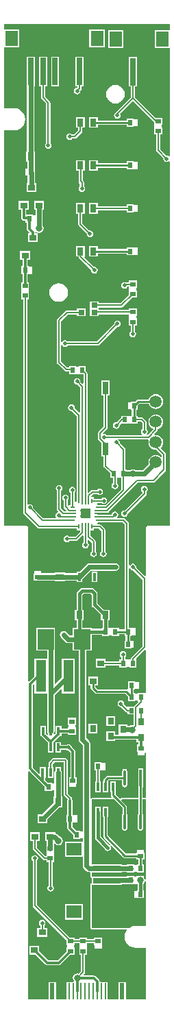
<source format=gtl>
%FSLAX25Y25*%
%MOIN*%
G70*
G01*
G75*
G04 Layer_Physical_Order=1*
G04 Layer_Color=255*
%ADD10R,0.03543X0.03150*%
%ADD11R,0.03543X0.03150*%
%ADD12R,0.03150X0.03543*%
%ADD13R,0.03150X0.03543*%
%ADD14R,0.02756X0.02362*%
%ADD15R,0.02362X0.02756*%
%ADD16R,0.02165X0.02559*%
%ADD17R,0.03150X0.02559*%
%ADD18R,0.13386X0.02756*%
%ADD19R,0.07480X0.06299*%
%ADD20R,0.01575X0.03937*%
%ADD21R,0.07874X0.10000*%
%ADD22R,0.02756X0.06102*%
%ADD23R,0.02756X0.13386*%
%ADD24R,0.06299X0.07480*%
%ADD25R,0.03150X0.03937*%
%ADD26C,0.05906*%
%ADD27R,0.05118X0.15748*%
%ADD28R,0.02362X0.00787*%
%ADD29R,0.03150X0.00787*%
%ADD30R,0.00787X0.02362*%
%ADD31R,0.00787X0.03150*%
%ADD32R,0.05118X0.05118*%
%ADD33R,0.01063X0.07874*%
%ADD34R,0.02362X0.07874*%
%ADD35R,0.01181X0.07874*%
%ADD36O,0.01181X0.07874*%
%ADD37R,0.02559X0.02165*%
%ADD38R,0.03937X0.03150*%
%ADD39C,0.00787*%
%ADD40C,0.01181*%
%ADD41C,0.01000*%
%ADD42C,0.02362*%
%ADD43C,0.01575*%
%ADD44C,0.01969*%
%ADD45C,0.03150*%
G36*
X62526Y-266096D02*
X63047Y-266444D01*
X63661Y-266566D01*
X63817Y-266535D01*
X68386Y-271105D01*
Y-303521D01*
X62923Y-308985D01*
X62705Y-309311D01*
X62629Y-309695D01*
Y-309832D01*
X61861D01*
Y-310050D01*
X60679D01*
Y-309832D01*
X59911D01*
Y-308671D01*
X59994Y-308616D01*
X60342Y-308095D01*
X60464Y-307480D01*
X60342Y-306866D01*
X59994Y-306345D01*
X59473Y-305997D01*
X58858Y-305875D01*
X58244Y-305997D01*
X57723Y-306345D01*
X57375Y-306866D01*
X57253Y-307480D01*
X57375Y-308095D01*
X57723Y-308616D01*
X57904Y-308737D01*
Y-309832D01*
X57136D01*
Y-310787D01*
X50326D01*
Y-309625D01*
X45602D01*
Y-313956D01*
X50326D01*
Y-312794D01*
X57136D01*
Y-313769D01*
X60679D01*
Y-313550D01*
X61861D01*
Y-313769D01*
X65404D01*
Y-309832D01*
X65404Y-309832D01*
X65404D01*
X65260Y-309485D01*
X69401Y-305345D01*
X69863Y-305537D01*
Y-326252D01*
X69494D01*
Y-326252D01*
X65951D01*
Y-326470D01*
X64769D01*
Y-326252D01*
X64110D01*
Y-324518D01*
X64769D01*
Y-324300D01*
X66560D01*
Y-320800D01*
X64769D01*
Y-320582D01*
X61226D01*
Y-323916D01*
X60794Y-324563D01*
X60368Y-324479D01*
X60368Y-324479D01*
X46425D01*
X45336Y-323389D01*
Y-322617D01*
X46586D01*
Y-318286D01*
X41862D01*
Y-322617D01*
X43112D01*
Y-323850D01*
X43112Y-323850D01*
X43197Y-324275D01*
X43438Y-324636D01*
X45178Y-326377D01*
X45539Y-326618D01*
X45965Y-326702D01*
X45965Y-326702D01*
X59908D01*
X61226Y-328021D01*
Y-330188D01*
X64769D01*
Y-329970D01*
X65951D01*
Y-330188D01*
X66090D01*
X66282Y-330650D01*
X64283Y-332649D01*
X64188Y-332791D01*
X61046D01*
X61046Y-332791D01*
Y-332791D01*
X60653Y-332954D01*
X59350Y-331652D01*
X59381Y-331496D01*
X59259Y-330882D01*
X58911Y-330361D01*
X58390Y-330013D01*
X57776Y-329890D01*
X57161Y-330013D01*
X56640Y-330361D01*
X56292Y-330882D01*
X56170Y-331496D01*
X56292Y-332111D01*
X56640Y-332631D01*
X57161Y-332979D01*
X57776Y-333102D01*
X57931Y-333071D01*
X60330Y-335470D01*
X60655Y-335687D01*
X61040Y-335764D01*
X61046D01*
Y-336729D01*
X63989D01*
Y-341632D01*
X63602Y-341949D01*
X63287Y-341887D01*
X62442Y-342055D01*
X62145Y-342254D01*
X61055D01*
Y-341698D01*
X56725D01*
Y-346242D01*
X56725Y-346242D01*
X56725D01*
X56725Y-346422D01*
X56551Y-346596D01*
X55028D01*
Y-344918D01*
X50697D01*
Y-349642D01*
X55028D01*
Y-349004D01*
X65386D01*
Y-350162D01*
X66376D01*
Y-351396D01*
X65611D01*
Y-354939D01*
X65830D01*
Y-356730D01*
X69330D01*
Y-355414D01*
X69792Y-355222D01*
X69863Y-355293D01*
Y-377313D01*
X68452D01*
Y-372098D01*
X68521D01*
Y-363042D01*
X66159D01*
Y-372098D01*
X66228D01*
Y-377313D01*
X58279D01*
X58161Y-377362D01*
X58034D01*
X57944Y-377452D01*
X57827Y-377501D01*
X57807Y-377547D01*
X57317Y-377644D01*
X55212Y-375540D01*
Y-374497D01*
X55478D01*
Y-369379D01*
X52722D01*
Y-374497D01*
X52988D01*
Y-376000D01*
X52988Y-376000D01*
X53073Y-376426D01*
X53314Y-376786D01*
X53379Y-376852D01*
X53188Y-377313D01*
X43504D01*
X43235Y-377425D01*
X42819Y-377147D01*
Y-350776D01*
X42681Y-350085D01*
X42290Y-349499D01*
X40846Y-348056D01*
Y-305691D01*
X43498D01*
Y-297865D01*
X48586D01*
Y-298429D01*
X52129D01*
Y-298210D01*
X53311D01*
Y-298429D01*
X56854D01*
Y-297580D01*
X59496D01*
Y-298429D01*
X60148D01*
Y-300810D01*
X59587D01*
Y-304550D01*
X62933D01*
Y-304330D01*
X64128D01*
Y-301030D01*
X62933D01*
Y-300810D01*
X62372D01*
Y-298429D01*
X63039D01*
Y-298210D01*
X64830D01*
Y-294710D01*
X63039D01*
Y-294492D01*
X61788D01*
Y-265853D01*
X62267Y-265708D01*
X62526Y-266096D01*
D02*
G37*
G36*
X81674Y-3789D02*
X74327D01*
Y-12451D01*
X81674D01*
Y-64995D01*
X81214Y-65302D01*
X80693Y-64954D01*
X80079Y-64831D01*
X79923Y-64862D01*
X76903Y-61843D01*
Y-54714D01*
X77868D01*
Y-51170D01*
X77650D01*
Y-49989D01*
X77868D01*
Y-46446D01*
X74735D01*
X64740Y-36450D01*
Y-31381D01*
X65705D01*
Y-16815D01*
X61768D01*
Y-31381D01*
X62733D01*
Y-36450D01*
X55353Y-43830D01*
X55203Y-44054D01*
X54928Y-44239D01*
X54580Y-44760D01*
X54457Y-45374D01*
X54580Y-45989D01*
X54928Y-46509D01*
X55449Y-46858D01*
X56063Y-46980D01*
X56677Y-46858D01*
X57198Y-46509D01*
X57546Y-45989D01*
X57669Y-45374D01*
X57546Y-44760D01*
X57433Y-44589D01*
X63736Y-38285D01*
X73931Y-48481D01*
Y-49989D01*
X74150D01*
Y-51170D01*
X73931D01*
Y-54714D01*
X74897D01*
Y-62258D01*
X74897Y-62258D01*
X74897D01*
X74973Y-62642D01*
X75190Y-62968D01*
X78504Y-66281D01*
X78473Y-66437D01*
X78595Y-67052D01*
X78943Y-67572D01*
X79464Y-67920D01*
X80079Y-68043D01*
X80693Y-67920D01*
X81214Y-67572D01*
X81674Y-67879D01*
Y-245060D01*
X70866D01*
X70482Y-245136D01*
X70157Y-245354D01*
X69939Y-245679D01*
X69863Y-246063D01*
Y-269089D01*
X69401Y-269281D01*
X65236Y-265116D01*
X65267Y-264961D01*
X65145Y-264346D01*
X64797Y-263825D01*
X64276Y-263477D01*
X63661Y-263355D01*
X63047Y-263477D01*
X62526Y-263825D01*
X62267Y-264214D01*
X61788Y-264069D01*
Y-243855D01*
X61712Y-243471D01*
X61494Y-243146D01*
X59841Y-241493D01*
X59516Y-241276D01*
X59132Y-241199D01*
X56362D01*
X56057Y-240742D01*
X56405Y-240221D01*
X56527Y-239606D01*
X56405Y-238992D01*
X56057Y-238471D01*
X55536Y-238123D01*
X54921Y-238001D01*
X54307Y-238123D01*
X53786Y-238471D01*
X53438Y-238992D01*
X53316Y-239606D01*
X53301Y-239624D01*
X46400D01*
Y-238482D01*
X51144D01*
X51528Y-238405D01*
X51853Y-238188D01*
X66124Y-223917D01*
X73543D01*
X73927Y-223840D01*
X74253Y-223623D01*
X79457Y-218419D01*
X79674Y-218094D01*
X79751Y-217710D01*
X79751Y-217710D01*
X79751Y-217710D01*
Y-217710D01*
Y-210115D01*
X79687Y-209794D01*
X79674Y-209731D01*
X79457Y-209405D01*
X77310Y-207258D01*
X77337Y-206846D01*
X77905Y-206106D01*
X78262Y-205244D01*
X78384Y-204319D01*
X78262Y-203394D01*
X77905Y-202532D01*
X77337Y-201792D01*
X76597Y-201224D01*
X75735Y-200867D01*
X74810Y-200745D01*
X74264Y-200817D01*
X74043Y-200369D01*
X75520Y-198892D01*
X75737Y-198566D01*
X75814Y-198182D01*
X75814Y-198182D01*
X75814Y-198182D01*
Y-198182D01*
Y-197760D01*
X76597Y-197435D01*
X77337Y-196867D01*
X77905Y-196127D01*
X78262Y-195265D01*
X78384Y-194340D01*
X78262Y-193415D01*
X77905Y-192553D01*
X77337Y-191813D01*
X76597Y-191245D01*
X75735Y-190888D01*
X74810Y-190766D01*
X73885Y-190888D01*
X73023Y-191245D01*
X72283Y-191813D01*
X71715Y-192553D01*
X71358Y-193415D01*
X71236Y-194340D01*
X71358Y-195265D01*
X71715Y-196127D01*
X72283Y-196867D01*
X73023Y-197435D01*
X73396Y-197589D01*
X73493Y-198080D01*
X70907Y-200666D01*
X70422Y-200544D01*
X70357Y-200329D01*
X70387Y-200309D01*
X70735Y-199788D01*
X70858Y-199173D01*
X70735Y-198559D01*
X70387Y-198038D01*
X70256Y-197950D01*
Y-194528D01*
X70179Y-194143D01*
X69962Y-193818D01*
X68714Y-192571D01*
X68389Y-192353D01*
X68005Y-192277D01*
X66091D01*
Y-191411D01*
X65332D01*
Y-188450D01*
X65894D01*
Y-186479D01*
X66741Y-185632D01*
X71435D01*
X71715Y-186307D01*
X72283Y-187047D01*
X73023Y-187615D01*
X73885Y-187972D01*
X74810Y-188094D01*
X75735Y-187972D01*
X76597Y-187615D01*
X77337Y-187047D01*
X77905Y-186307D01*
X78262Y-185445D01*
X78384Y-184520D01*
X78262Y-183595D01*
X77905Y-182733D01*
X77337Y-181993D01*
X76597Y-181425D01*
X75735Y-181068D01*
X74810Y-180946D01*
X73885Y-181068D01*
X73023Y-181425D01*
X72283Y-181993D01*
X71715Y-182733D01*
X71435Y-183408D01*
X66280D01*
X66280Y-183408D01*
X65855Y-183493D01*
X65494Y-183734D01*
X64518Y-184710D01*
X62547D01*
Y-184930D01*
X61352D01*
Y-188230D01*
X62547D01*
Y-188450D01*
X63108D01*
Y-191411D01*
X62548D01*
Y-191630D01*
X61367D01*
Y-191411D01*
X57824D01*
Y-192576D01*
X57682Y-192670D01*
X55746Y-194606D01*
X55590Y-194576D01*
X54976Y-194698D01*
X54455Y-195046D01*
X54107Y-195567D01*
X53985Y-196181D01*
X54107Y-196796D01*
X54455Y-197317D01*
X54976Y-197664D01*
X55590Y-197787D01*
X56205Y-197664D01*
X56726Y-197317D01*
X57074Y-196796D01*
X57196Y-196181D01*
X57165Y-196026D01*
X57842Y-195349D01*
X61367D01*
Y-195130D01*
X62548D01*
Y-195349D01*
X66091D01*
Y-194284D01*
X67589D01*
X68248Y-194943D01*
Y-197950D01*
X68117Y-198038D01*
X67769Y-198559D01*
X67646Y-199173D01*
X67769Y-199788D01*
X68117Y-200309D01*
X68147Y-200329D01*
X68002Y-200807D01*
X50869D01*
X50781Y-200676D01*
X50260Y-200328D01*
X49646Y-200205D01*
X49352Y-200264D01*
X49116Y-199823D01*
X51103Y-197836D01*
X51321Y-197510D01*
X51397Y-197126D01*
Y-181595D01*
X52362D01*
Y-174311D01*
X48425D01*
Y-181595D01*
X49390D01*
Y-196710D01*
X46968Y-199133D01*
X46750Y-199459D01*
X46674Y-199843D01*
X46674Y-199843D01*
X46674D01*
X46674Y-199843D01*
X46674D01*
Y-202626D01*
X46674Y-202626D01*
X46674D01*
X46750Y-203010D01*
X46968Y-203336D01*
X48425Y-204794D01*
Y-211319D01*
X49390D01*
Y-215776D01*
X49467Y-216160D01*
X49684Y-216486D01*
X52526Y-219328D01*
Y-221649D01*
X53918D01*
Y-224249D01*
X53786Y-224337D01*
X53438Y-224858D01*
X53316Y-225472D01*
X53438Y-226087D01*
X53786Y-226608D01*
X54307Y-226956D01*
X54921Y-227078D01*
X55536Y-226956D01*
X56057Y-226608D01*
X56405Y-226087D01*
X56527Y-225472D01*
X56405Y-224858D01*
X56057Y-224337D01*
X55925Y-224249D01*
Y-221649D01*
X56069D01*
Y-221430D01*
X57250D01*
Y-221649D01*
X58019D01*
Y-227216D01*
X50334Y-234900D01*
X46794D01*
X46786Y-234901D01*
X46400Y-234584D01*
Y-233757D01*
X48263D01*
X48351Y-233889D01*
X48872Y-234237D01*
X49486Y-234360D01*
X50101Y-234237D01*
X50621Y-233889D01*
X50970Y-233368D01*
X51092Y-232754D01*
X50970Y-232139D01*
X50621Y-231618D01*
X50101Y-231270D01*
X49486Y-231148D01*
X48872Y-231270D01*
X48351Y-231618D01*
X48263Y-231750D01*
X44628D01*
Y-230982D01*
X43413D01*
X43222Y-230520D01*
X44274Y-229468D01*
X46296D01*
X46384Y-229600D01*
X46905Y-229948D01*
X47520Y-230070D01*
X48134Y-229948D01*
X48655Y-229600D01*
X49003Y-229079D01*
X49125Y-228465D01*
X49003Y-227850D01*
X48655Y-227329D01*
X48134Y-226981D01*
X47520Y-226859D01*
X46905Y-226981D01*
X46384Y-227329D01*
X46296Y-227461D01*
X43858D01*
X43474Y-227537D01*
X43149Y-227755D01*
X41960Y-228944D01*
X41498Y-228752D01*
Y-170852D01*
X41422Y-170468D01*
X41204Y-170143D01*
X40754Y-169692D01*
Y-167371D01*
X37211D01*
Y-167590D01*
X36029D01*
Y-167371D01*
X32486D01*
Y-167997D01*
X31616D01*
X28703Y-165084D01*
Y-157158D01*
X29182Y-157012D01*
X29465Y-157435D01*
X29985Y-157783D01*
X30600Y-157906D01*
X31214Y-157783D01*
X31735Y-157435D01*
X31824Y-157304D01*
X46500D01*
X46884Y-157227D01*
X47210Y-157010D01*
X55945Y-148275D01*
X56100Y-148306D01*
X56714Y-148183D01*
X57235Y-147835D01*
X57583Y-147315D01*
X57706Y-146700D01*
X57583Y-146086D01*
X57235Y-145565D01*
X56714Y-145217D01*
X56100Y-145094D01*
X55485Y-145217D01*
X54965Y-145565D01*
X54617Y-146086D01*
X54494Y-146700D01*
X54525Y-146855D01*
X46084Y-155297D01*
X31824D01*
X31735Y-155165D01*
X31214Y-154817D01*
X30600Y-154694D01*
X29985Y-154817D01*
X29465Y-155165D01*
X29182Y-155588D01*
X28703Y-155443D01*
Y-145416D01*
X32036Y-142084D01*
X36395D01*
Y-142950D01*
X40725D01*
Y-139210D01*
X36395D01*
Y-140076D01*
X31620D01*
X31236Y-140153D01*
X30910Y-140370D01*
X26990Y-144290D01*
X26773Y-144616D01*
X26697Y-145000D01*
X26697Y-145000D01*
X26697D01*
X26697Y-145000D01*
X26697D01*
Y-165500D01*
X26697Y-165500D01*
X26697D01*
X26773Y-165884D01*
X26990Y-166210D01*
X30490Y-169710D01*
X30816Y-169927D01*
X31200Y-170003D01*
X32486D01*
Y-171309D01*
X36029D01*
Y-171090D01*
X37211D01*
Y-171309D01*
X39491D01*
Y-175607D01*
X39029Y-175799D01*
X38071Y-174841D01*
X38102Y-174685D01*
X37980Y-174071D01*
X37631Y-173550D01*
X37110Y-173202D01*
X36496Y-173079D01*
X35882Y-173202D01*
X35361Y-173550D01*
X35013Y-174071D01*
X34890Y-174685D01*
X35013Y-175300D01*
X35361Y-175820D01*
X35882Y-176169D01*
X36496Y-176291D01*
X36652Y-176260D01*
X37916Y-177524D01*
Y-189623D01*
X37454Y-189814D01*
X35315Y-187675D01*
X35346Y-187520D01*
X35224Y-186905D01*
X34876Y-186384D01*
X34355Y-186036D01*
X33740Y-185914D01*
X33126Y-186036D01*
X32605Y-186384D01*
X32257Y-186905D01*
X32135Y-187520D01*
X32257Y-188134D01*
X32605Y-188655D01*
X33126Y-189003D01*
X33740Y-189125D01*
X33896Y-189094D01*
X36341Y-191540D01*
Y-232754D01*
X36343Y-232761D01*
X36026Y-233148D01*
X35199D01*
Y-228765D01*
X35331Y-228677D01*
X35679Y-228156D01*
X35801Y-227542D01*
X35679Y-226927D01*
X35331Y-226406D01*
X34810Y-226058D01*
X34195Y-225936D01*
X33581Y-226058D01*
X33060Y-226406D01*
X32712Y-226927D01*
X32590Y-227542D01*
X32712Y-228156D01*
X33060Y-228677D01*
X33192Y-228765D01*
Y-234919D01*
X32424D01*
Y-235154D01*
X32246Y-235228D01*
X31830Y-234950D01*
Y-232601D01*
X31962Y-232513D01*
X32310Y-231992D01*
X32432Y-231378D01*
X32310Y-230764D01*
X31962Y-230243D01*
X31441Y-229894D01*
X30827Y-229772D01*
X30212Y-229894D01*
X29691Y-230243D01*
X29343Y-230764D01*
X29221Y-231378D01*
X29343Y-231992D01*
X29691Y-232513D01*
X29823Y-232601D01*
Y-235630D01*
X29823Y-235630D01*
X29823D01*
X29900Y-236014D01*
X30117Y-236339D01*
X31365Y-237588D01*
X31174Y-238050D01*
X30217D01*
X28720Y-236553D01*
Y-227916D01*
X28852Y-227828D01*
X29200Y-227307D01*
X29322Y-226693D01*
X29200Y-226079D01*
X28852Y-225557D01*
X28331Y-225209D01*
X27716Y-225087D01*
X27102Y-225209D01*
X26581Y-225557D01*
X26233Y-226079D01*
X26111Y-226693D01*
X26233Y-227307D01*
X26581Y-227828D01*
X26713Y-227916D01*
Y-236968D01*
X26713Y-236968D01*
X26713D01*
X26789Y-237353D01*
X27007Y-237678D01*
X27282Y-237953D01*
X27136Y-238431D01*
X26905Y-238477D01*
X26384Y-238825D01*
X26036Y-239346D01*
X25914Y-239961D01*
X26036Y-240575D01*
X26159Y-240758D01*
X25923Y-241199D01*
X20099D01*
X15079Y-236179D01*
X15110Y-236024D01*
X14988Y-235409D01*
X14639Y-234888D01*
X14119Y-234540D01*
X13504Y-234418D01*
X12890Y-234540D01*
X12615Y-234724D01*
X12173Y-234489D01*
Y-134754D01*
X13138D01*
Y-131210D01*
X12920D01*
Y-130029D01*
X13138D01*
Y-126486D01*
X12374D01*
Y-122641D01*
X12942D01*
Y-122422D01*
X14732D01*
Y-118922D01*
X12942D01*
Y-118703D01*
X12374D01*
Y-115699D01*
X13532D01*
Y-111368D01*
X8808D01*
Y-115699D01*
X9966D01*
Y-118703D01*
X9398D01*
Y-122641D01*
X9966D01*
Y-126486D01*
X9201D01*
Y-130029D01*
X9420D01*
Y-131210D01*
X9201D01*
Y-134754D01*
X10166D01*
Y-238454D01*
X10166Y-238454D01*
X10166D01*
X10243Y-238838D01*
X10460Y-239163D01*
X17359Y-246062D01*
X17577Y-246207D01*
X17685Y-246279D01*
X18069Y-246356D01*
X36361D01*
Y-247124D01*
X37916D01*
Y-247909D01*
X35529Y-250296D01*
X32798D01*
X32710Y-250164D01*
X32189Y-249816D01*
X31575Y-249694D01*
X30960Y-249816D01*
X30439Y-250164D01*
X30091Y-250685D01*
X29969Y-251299D01*
X30091Y-251914D01*
X30439Y-252435D01*
X30960Y-252783D01*
X31575Y-252905D01*
X32189Y-252783D01*
X32710Y-252435D01*
X32798Y-252303D01*
X35945D01*
X36329Y-252226D01*
X36654Y-252009D01*
X39029Y-249634D01*
X39491Y-249826D01*
Y-253145D01*
X39416Y-253195D01*
X39068Y-253716D01*
X38945Y-254331D01*
X39068Y-254945D01*
X39416Y-255466D01*
X39937Y-255814D01*
X40551Y-255936D01*
X41166Y-255814D01*
X41686Y-255466D01*
X42035Y-254945D01*
X42157Y-254331D01*
X42035Y-253716D01*
X41686Y-253195D01*
X41498Y-253069D01*
Y-251740D01*
X41960Y-251549D01*
X43485Y-253073D01*
Y-257340D01*
X43353Y-257428D01*
X43005Y-257948D01*
X42882Y-258563D01*
X43005Y-259177D01*
X43353Y-259698D01*
X43874Y-260046D01*
X44488Y-260169D01*
X45103Y-260046D01*
X45624Y-259698D01*
X45972Y-259177D01*
X46094Y-258563D01*
X45972Y-257948D01*
X45624Y-257428D01*
X45492Y-257340D01*
Y-252658D01*
X45415Y-252274D01*
X45198Y-251948D01*
X43073Y-249823D01*
Y-247124D01*
X44628D01*
Y-246356D01*
X47141D01*
X48209Y-247424D01*
Y-257320D01*
X48077Y-257408D01*
X47729Y-257929D01*
X47607Y-258543D01*
X47729Y-259158D01*
X48077Y-259679D01*
X48598Y-260027D01*
X49213Y-260149D01*
X49827Y-260027D01*
X50348Y-259679D01*
X50696Y-259158D01*
X50818Y-258543D01*
X50696Y-257929D01*
X50348Y-257408D01*
X50216Y-257320D01*
Y-247008D01*
X50216Y-247008D01*
X50216Y-247008D01*
Y-247008D01*
X50216D01*
X50216Y-247008D01*
X50140Y-246624D01*
X49922Y-246298D01*
X48267Y-244643D01*
X47941Y-244425D01*
X47557Y-244349D01*
X46400D01*
Y-243522D01*
X46786Y-243205D01*
X46794Y-243206D01*
X58716D01*
X59781Y-244271D01*
Y-294492D01*
X59496D01*
Y-295356D01*
X56854D01*
Y-294492D01*
X53311D01*
Y-294710D01*
X52129D01*
Y-294492D01*
X51763D01*
Y-290879D01*
X52439D01*
Y-285761D01*
X49701D01*
X46455Y-282515D01*
Y-282032D01*
Y-278042D01*
X46348Y-277505D01*
X46044Y-277049D01*
X44537Y-275542D01*
X44081Y-275237D01*
X43543Y-275131D01*
X39016D01*
X38478Y-275237D01*
X38022Y-275542D01*
X36576Y-276988D01*
X36272Y-277444D01*
X36165Y-277981D01*
Y-282032D01*
Y-285811D01*
X35391D01*
Y-290929D01*
X36151D01*
Y-294510D01*
X34442D01*
Y-298294D01*
X32836D01*
X31199Y-296656D01*
X30612Y-296264D01*
X29921Y-296127D01*
X29230Y-296264D01*
X28644Y-296656D01*
X28252Y-297242D01*
X28115Y-297933D01*
X28252Y-298624D01*
X28644Y-299210D01*
X30811Y-301377D01*
X31397Y-301769D01*
X32088Y-301906D01*
X34442D01*
Y-305691D01*
X37234D01*
Y-348804D01*
X37234Y-348804D01*
X37234D01*
X37371Y-349495D01*
X37763Y-350081D01*
X39206Y-351524D01*
Y-393451D01*
X38060D01*
Y-393232D01*
X36022D01*
X34172Y-391382D01*
Y-389399D01*
X34740D01*
Y-389181D01*
X36530D01*
Y-385681D01*
X34740D01*
Y-385462D01*
X34172D01*
Y-378496D01*
X34080Y-378035D01*
X33972Y-377872D01*
Y-377555D01*
X33895Y-377170D01*
X33823Y-377063D01*
X33678Y-376845D01*
X32008Y-375175D01*
Y-359252D01*
X31931Y-358868D01*
X31714Y-358542D01*
X31320Y-358149D01*
X30994Y-357931D01*
X30610Y-357855D01*
X25098D01*
X24778Y-357919D01*
X24714Y-357931D01*
X24389Y-358149D01*
X22830Y-359707D01*
X22613Y-360033D01*
X22536Y-360417D01*
X22536Y-360417D01*
X22536D01*
X22536Y-360417D01*
X22536D01*
Y-362343D01*
X22162D01*
Y-367461D01*
X24918D01*
Y-362343D01*
X24543D01*
Y-360832D01*
X25514Y-359862D01*
X30000D01*
Y-375590D01*
X30000Y-375590D01*
X30000D01*
X30077Y-375975D01*
X30294Y-376300D01*
X31925Y-377931D01*
X31855Y-378035D01*
X31764Y-378496D01*
Y-385462D01*
X31196D01*
Y-389399D01*
X31764D01*
Y-391881D01*
X31764Y-391881D01*
X31855Y-392341D01*
X32116Y-392732D01*
X34516Y-395132D01*
Y-397169D01*
X38060D01*
Y-396951D01*
X39206D01*
Y-398520D01*
X30627D01*
Y-406000D01*
X39206D01*
Y-410312D01*
X39344Y-411004D01*
X39735Y-411590D01*
X40974Y-412829D01*
X40974Y-412829D01*
X40974D01*
X40974Y-412829D01*
X40974D01*
X40974Y-412829D01*
Y-412829D01*
Y-412829D01*
D01*
D01*
X40974D01*
Y-412829D01*
X41560Y-413220D01*
X42251Y-413358D01*
X42756D01*
X42865Y-413520D01*
Y-415340D01*
Y-415340D01*
Y-415340D01*
X42942Y-415528D01*
X43052Y-415792D01*
X43052Y-415792D01*
X43052Y-415792D01*
X43200Y-415940D01*
X43200Y-415940D01*
X43200Y-415940D01*
X43200Y-415940D01*
X43378Y-416014D01*
X43652Y-416128D01*
X43652D01*
Y-418786D01*
X43652D01*
X43504D01*
X43052Y-418973D01*
X42865Y-419425D01*
Y-440551D01*
X43052Y-441003D01*
X43504Y-441190D01*
X60529D01*
X60750Y-441639D01*
X60318Y-442202D01*
X59782Y-443495D01*
X59600Y-444882D01*
X59782Y-446270D01*
X60318Y-447563D01*
X61170Y-448673D01*
X62280Y-449525D01*
X63573Y-450060D01*
X64961Y-450243D01*
Y-450216D01*
X69863D01*
Y-475375D01*
X60210D01*
Y-466812D01*
X56666D01*
Y-475375D01*
X51410D01*
Y-466812D01*
X48673D01*
X47556Y-466589D01*
X47464Y-466128D01*
X47203Y-465737D01*
X47203Y-465737D01*
X45496Y-464030D01*
X45105Y-463769D01*
X44644Y-463678D01*
X44644Y-463678D01*
X39838D01*
X39646Y-463216D01*
X40180Y-462682D01*
X40325Y-462465D01*
X40397Y-462357D01*
X40473Y-461973D01*
Y-453554D01*
X41438D01*
Y-450010D01*
X41220D01*
Y-448829D01*
X41438D01*
Y-448041D01*
X44772D01*
Y-448809D01*
X44990D01*
Y-450600D01*
X48490D01*
Y-448809D01*
X48709D01*
Y-445266D01*
X44772D01*
Y-446034D01*
X41438D01*
Y-445286D01*
X37501D01*
Y-446054D01*
X35278D01*
Y-445286D01*
X32958D01*
X16963Y-429292D01*
Y-407906D01*
X17095Y-407818D01*
X17443Y-407297D01*
X17566Y-406682D01*
X17443Y-406068D01*
X17095Y-405547D01*
X16575Y-405199D01*
X15960Y-405077D01*
X15346Y-405199D01*
X14825Y-405547D01*
X14477Y-406068D01*
X14354Y-406682D01*
X14477Y-407297D01*
X14825Y-407818D01*
X14956Y-407906D01*
Y-429708D01*
X15033Y-430092D01*
X15250Y-430417D01*
X31341Y-446509D01*
Y-448829D01*
X31560D01*
Y-450010D01*
X31341D01*
Y-452048D01*
X27113Y-456276D01*
X22488D01*
X18112Y-451901D01*
Y-449076D01*
X13388D01*
Y-453407D01*
X16212D01*
X21137Y-458332D01*
X21137Y-458332D01*
X21528Y-458593D01*
X21989Y-458685D01*
X27612D01*
X27612Y-458685D01*
X28073Y-458593D01*
X28463Y-458332D01*
X33241Y-453554D01*
X35278D01*
Y-450010D01*
X35060D01*
Y-448829D01*
X35278D01*
Y-448061D01*
X37501D01*
Y-448829D01*
X37720D01*
Y-450010D01*
X37501D01*
Y-453554D01*
X38467D01*
Y-461557D01*
X37218Y-462805D01*
X36561Y-462674D01*
X35716Y-462842D01*
X35000Y-463321D01*
X34521Y-464037D01*
X34353Y-464882D01*
X34521Y-465727D01*
X34952Y-466371D01*
X34716Y-466812D01*
X31450D01*
Y-475375D01*
X26194D01*
Y-466812D01*
X22650D01*
Y-475375D01*
X12815D01*
Y-364473D01*
X13276Y-364282D01*
X18948Y-369953D01*
X18948Y-369954D01*
X20776Y-371781D01*
Y-373818D01*
X24319D01*
Y-373600D01*
X25466D01*
Y-376671D01*
X25111D01*
Y-379544D01*
X19351Y-385305D01*
X17378D01*
Y-389635D01*
X22102D01*
Y-387662D01*
X27975Y-381789D01*
X29442D01*
Y-376671D01*
X29079D01*
Y-371850D01*
X29079Y-371850D01*
X29079Y-371850D01*
Y-371850D01*
Y-364942D01*
X29087Y-364902D01*
X28949Y-364211D01*
X28658Y-363776D01*
Y-362343D01*
X25902D01*
Y-363772D01*
X25603Y-364219D01*
X25466Y-364910D01*
Y-370100D01*
X24319D01*
Y-369882D01*
X22282D01*
X21004Y-368603D01*
Y-367461D01*
X21178D01*
Y-362343D01*
X18422D01*
Y-365368D01*
X17960Y-365559D01*
X14885Y-362485D01*
Y-322448D01*
X15297Y-322036D01*
X15759Y-322227D01*
Y-326528D01*
X21934D01*
Y-326617D01*
Y-332618D01*
Y-344823D01*
X22071Y-345514D01*
X22362Y-345950D01*
Y-346482D01*
X21900Y-346674D01*
X21378Y-346151D01*
Y-342264D01*
X18622D01*
Y-347382D01*
X19203D01*
X22162Y-350342D01*
Y-355257D01*
X24918D01*
Y-350342D01*
X27878Y-347382D01*
X28858D01*
Y-346027D01*
X32041D01*
Y-346594D01*
X35978D01*
Y-343051D01*
X35760D01*
Y-341869D01*
X35978D01*
Y-338326D01*
X32041D01*
Y-341869D01*
X32260D01*
Y-343051D01*
X32041D01*
Y-343619D01*
X28858D01*
Y-342264D01*
X26102D01*
Y-345751D01*
X25580Y-346273D01*
X25118Y-346082D01*
Y-345950D01*
X25409Y-345514D01*
X25547Y-344823D01*
Y-332618D01*
Y-327365D01*
X28683Y-324229D01*
X29145Y-324420D01*
Y-326528D01*
X35444D01*
Y-309598D01*
X29145D01*
Y-318658D01*
X26008Y-321794D01*
X25547Y-321603D01*
Y-305691D01*
X25781D01*
Y-294510D01*
X16726D01*
Y-305691D01*
X21934D01*
Y-309598D01*
X15759D01*
Y-318168D01*
X13276Y-320650D01*
X12815Y-320459D01*
Y-246063D01*
X12738Y-245679D01*
X12521Y-245354D01*
X12195Y-245136D01*
X11811Y-245060D01*
X1003D01*
Y-52578D01*
X5906D01*
Y-52605D01*
X7293Y-52422D01*
X8586Y-51887D01*
X9696Y-51035D01*
X10548Y-49924D01*
X11084Y-48632D01*
X11266Y-47244D01*
X11084Y-45857D01*
X10548Y-44564D01*
X9696Y-43453D01*
X8586Y-42601D01*
X7293Y-42066D01*
X5906Y-41883D01*
Y-41910D01*
X1003D01*
Y-12380D01*
X8427D01*
Y-3718D01*
X1003D01*
Y-1003D01*
X81674D01*
Y-3789D01*
D02*
G37*
G36*
X71426Y-203230D02*
X71358Y-203394D01*
X71236Y-204319D01*
X71358Y-205244D01*
X71715Y-206106D01*
X72283Y-206846D01*
X73023Y-207414D01*
X73885Y-207771D01*
X74810Y-207893D01*
X75072Y-207858D01*
X77744Y-210530D01*
Y-211271D01*
X77295Y-211492D01*
X76597Y-210957D01*
X75735Y-210599D01*
X74810Y-210478D01*
X73885Y-210599D01*
X73023Y-210957D01*
X72283Y-211525D01*
X71715Y-212265D01*
X71358Y-213127D01*
X71236Y-214052D01*
X71355Y-214952D01*
X68454Y-217853D01*
X64855D01*
X64506Y-217620D01*
X63661Y-217452D01*
X62817Y-217620D01*
X62467Y-217853D01*
X60794D01*
Y-217711D01*
X60026D01*
Y-207762D01*
X59949Y-207378D01*
X59732Y-207053D01*
X57165Y-204486D01*
X57196Y-204331D01*
X57074Y-203716D01*
X56726Y-203195D01*
X56205Y-202847D01*
X56205Y-202847D01*
X56205D01*
Y-202847D01*
X56208Y-202815D01*
X71148D01*
X71426Y-203230D01*
D02*
G37*
G36*
X43645Y-278624D02*
Y-282032D01*
Y-283097D01*
X43672Y-283232D01*
Y-284591D01*
X44558D01*
X48108Y-288142D01*
Y-290879D01*
X48953D01*
Y-294492D01*
X48586D01*
Y-295055D01*
X43498D01*
Y-294510D01*
X38961D01*
Y-290929D01*
X39722D01*
Y-285811D01*
X38975D01*
Y-282032D01*
Y-278563D01*
X39598Y-277940D01*
X42961D01*
X43645Y-278624D01*
D02*
G37*
G36*
X69863Y-416834D02*
X69365Y-416883D01*
X69292Y-416515D01*
X69024Y-416114D01*
Y-415391D01*
X68204D01*
X68097Y-415320D01*
X67252Y-415152D01*
X66407Y-415320D01*
X66301Y-415391D01*
X65481D01*
Y-415610D01*
X64299D01*
Y-415391D01*
X60756D01*
Y-415554D01*
X58219D01*
Y-415488D01*
X43857D01*
X43857Y-415488D01*
Y-415488D01*
X43652Y-415488D01*
X43504Y-415340D01*
Y-413520D01*
X43652D01*
Y-413520D01*
X58219D01*
Y-413358D01*
X60816D01*
Y-413539D01*
X64359D01*
Y-413320D01*
X65540D01*
Y-413539D01*
X69084D01*
Y-409601D01*
X68424D01*
Y-407084D01*
X69160D01*
Y-403737D01*
X68940D01*
Y-402542D01*
X65640D01*
Y-403737D01*
X65420D01*
Y-404298D01*
X60271D01*
X51472Y-395499D01*
Y-386701D01*
X51738D01*
Y-381583D01*
X48982D01*
Y-386701D01*
X49248D01*
Y-395960D01*
X49248Y-395960D01*
X49333Y-396386D01*
X49574Y-396746D01*
X52684Y-399857D01*
X52367Y-400243D01*
X52367D01*
X51992Y-399993D01*
X51854Y-399965D01*
X48025Y-396136D01*
Y-384142D01*
X47998Y-384007D01*
Y-381583D01*
X45242D01*
Y-384007D01*
X45215Y-384142D01*
Y-396718D01*
X45322Y-397256D01*
X45626Y-397712D01*
X49867Y-401952D01*
X49894Y-402091D01*
X50243Y-402612D01*
X50763Y-402960D01*
X51378Y-403082D01*
X51992Y-402960D01*
X52513Y-402612D01*
X52861Y-402091D01*
X52984Y-401476D01*
X52861Y-400862D01*
X52611Y-400487D01*
X52997Y-400170D01*
X59024Y-406196D01*
X59024Y-406196D01*
X59240Y-406341D01*
X59385Y-406438D01*
X59810Y-406522D01*
X65420D01*
Y-407084D01*
X66200D01*
Y-409601D01*
X65540D01*
Y-409820D01*
X64359D01*
Y-409601D01*
X60816D01*
Y-409745D01*
X58219D01*
Y-409583D01*
X43652D01*
D01*
X43652D01*
X43504Y-409435D01*
Y-377953D01*
X54480D01*
X58551Y-382023D01*
Y-385022D01*
X58550Y-385022D01*
X58459Y-385483D01*
Y-392176D01*
X58550Y-392637D01*
X58811Y-393028D01*
X59202Y-393289D01*
X59663Y-393380D01*
X60124Y-393289D01*
X60514Y-393028D01*
X60775Y-392637D01*
X60867Y-392176D01*
Y-385483D01*
X60775Y-385022D01*
X60775Y-385022D01*
Y-381563D01*
X60775Y-381563D01*
X60690Y-381137D01*
X60449Y-380777D01*
X58087Y-378415D01*
X58279Y-377953D01*
X66228D01*
Y-385022D01*
X66227Y-385022D01*
X66136Y-385483D01*
Y-392176D01*
X66227Y-392637D01*
X66488Y-393028D01*
X66879Y-393289D01*
X67340Y-393380D01*
X67801Y-393289D01*
X68191Y-393028D01*
X68453Y-392637D01*
X68544Y-392176D01*
Y-385483D01*
X68453Y-385022D01*
X68452Y-385022D01*
Y-377953D01*
X69863D01*
Y-416834D01*
D02*
G37*
G36*
Y-417886D02*
Y-439548D01*
X64961D01*
Y-439521D01*
X63573Y-439704D01*
X62280Y-440239D01*
X61874Y-440551D01*
X43504D01*
Y-419425D01*
X43504D01*
X43652D01*
X43857Y-419425D01*
X43857Y-419425D01*
Y-419425D01*
X58219D01*
Y-419166D01*
X60756D01*
Y-419328D01*
X64299D01*
Y-419110D01*
X65481D01*
Y-419328D01*
X65825D01*
Y-422260D01*
X65557D01*
Y-422480D01*
X64362D01*
Y-425780D01*
X65557D01*
Y-426000D01*
X68903D01*
Y-422260D01*
X68635D01*
Y-419328D01*
X69024D01*
Y-418606D01*
X69292Y-418205D01*
X69365Y-417837D01*
X69863Y-417886D01*
D02*
G37*
%LPC*%
G36*
X55197Y-263154D02*
X42437D01*
X41746Y-263292D01*
X41160Y-263683D01*
X37574Y-267269D01*
X36192D01*
Y-268040D01*
X30709D01*
Y-267681D01*
X25591D01*
Y-268034D01*
X18980D01*
Y-266972D01*
X15680D01*
Y-268167D01*
X15460D01*
Y-271514D01*
X16661D01*
X17330Y-271647D01*
X25591D01*
Y-272012D01*
X30709D01*
Y-271653D01*
X36192D01*
Y-272387D01*
X38948D01*
Y-271004D01*
X43185Y-266767D01*
X55197D01*
X55888Y-266630D01*
X56474Y-266238D01*
X56866Y-265652D01*
X57003Y-264961D01*
X56866Y-264269D01*
X56474Y-263683D01*
X55888Y-263292D01*
X55197Y-263154D01*
D02*
G37*
G36*
X46428Y-267269D02*
X43672D01*
Y-272387D01*
X46428D01*
Y-267269D01*
D02*
G37*
G36*
X39288Y-428953D02*
X30627D01*
Y-436433D01*
X39288D01*
Y-428953D01*
D02*
G37*
G36*
X27559Y-126929D02*
X26377Y-127085D01*
X25276Y-127541D01*
X24330Y-128267D01*
X23604Y-129213D01*
X23148Y-130314D01*
X22992Y-131496D01*
X23148Y-132678D01*
X23604Y-133779D01*
X24330Y-134725D01*
X25276Y-135451D01*
X26377Y-135907D01*
X27559Y-136063D01*
X28741Y-135907D01*
X29842Y-135451D01*
X30788Y-134725D01*
X31514Y-133779D01*
X31970Y-132678D01*
X32126Y-131496D01*
X31970Y-130314D01*
X31514Y-129213D01*
X30788Y-128267D01*
X29842Y-127541D01*
X28741Y-127085D01*
X27559Y-126929D01*
D02*
G37*
G36*
X19488Y-436583D02*
X18874Y-436706D01*
X18353Y-437054D01*
X18005Y-437574D01*
X17883Y-438189D01*
X18005Y-438803D01*
X18353Y-439324D01*
X18486Y-439414D01*
Y-440415D01*
X17128D01*
Y-444745D01*
X21852D01*
Y-440415D01*
X20493D01*
Y-439411D01*
X20624Y-439324D01*
X20972Y-438803D01*
X21094Y-438189D01*
X20972Y-437574D01*
X20624Y-437054D01*
X20103Y-436706D01*
X19488Y-436583D01*
D02*
G37*
G36*
X69252Y-225599D02*
X68638Y-225721D01*
X68117Y-226069D01*
X67769Y-226590D01*
X67646Y-227205D01*
X67769Y-227819D01*
X68117Y-228340D01*
X68248Y-228428D01*
Y-228954D01*
X59762Y-237441D01*
X59606Y-237410D01*
X58992Y-237532D01*
X58471Y-237880D01*
X58123Y-238401D01*
X58001Y-239016D01*
X58123Y-239630D01*
X58471Y-240151D01*
X58992Y-240499D01*
X59606Y-240621D01*
X60221Y-240499D01*
X60742Y-240151D01*
X61090Y-239630D01*
X61212Y-239016D01*
X61181Y-238860D01*
X69962Y-230080D01*
X70179Y-229754D01*
X70256Y-229370D01*
Y-228428D01*
X70387Y-228340D01*
X70735Y-227819D01*
X70858Y-227205D01*
X70735Y-226590D01*
X70387Y-226069D01*
X69866Y-225721D01*
X69252Y-225599D01*
D02*
G37*
G36*
X25842Y-393966D02*
X21118D01*
Y-398297D01*
X21674D01*
Y-400186D01*
X21501D01*
Y-403729D01*
X21720D01*
Y-404911D01*
X21501D01*
Y-405427D01*
X21040Y-405618D01*
X16963Y-401542D01*
Y-398297D01*
X18362D01*
Y-393966D01*
X13638D01*
Y-398297D01*
X14956D01*
Y-401958D01*
X14956Y-401958D01*
X14956D01*
X15033Y-402342D01*
X15250Y-402667D01*
X19975Y-407392D01*
X20300Y-407609D01*
X20684Y-407686D01*
X21501D01*
Y-408454D01*
X22618D01*
Y-419938D01*
X22487Y-420026D01*
X22139Y-420547D01*
X22016Y-421161D01*
X22139Y-421776D01*
X22487Y-422297D01*
X23008Y-422645D01*
X23622Y-422767D01*
X24237Y-422645D01*
X24757Y-422297D01*
X25106Y-421776D01*
X25228Y-421161D01*
X25106Y-420547D01*
X24757Y-420026D01*
X24626Y-419938D01*
Y-408454D01*
X25438D01*
Y-404911D01*
X25220D01*
Y-403729D01*
X25438D01*
Y-400186D01*
X25287D01*
Y-399622D01*
X25765Y-399477D01*
X25879Y-399648D01*
X26596Y-400126D01*
X27441Y-400294D01*
X28285Y-400126D01*
X29002Y-399648D01*
X29480Y-398931D01*
X29648Y-398087D01*
X29480Y-397242D01*
X29002Y-396525D01*
X28285Y-396047D01*
X27873Y-395965D01*
X26763Y-394854D01*
X26177Y-394463D01*
X25842Y-394396D01*
Y-393966D01*
D02*
G37*
G36*
X59663Y-363019D02*
X59202Y-363111D01*
X58811Y-363372D01*
X58550Y-363763D01*
X58459Y-364224D01*
Y-366458D01*
X51330D01*
X51330Y-366458D01*
X50905Y-366543D01*
X50544Y-366784D01*
X49514Y-367814D01*
X49273Y-368175D01*
X49188Y-368600D01*
X49248Y-368902D01*
Y-369379D01*
X48982D01*
Y-374497D01*
X51738D01*
Y-369379D01*
X51738D01*
X51738Y-368735D01*
X51791Y-368682D01*
X58459D01*
Y-370917D01*
X58550Y-371377D01*
X58811Y-371768D01*
X59202Y-372029D01*
X59663Y-372121D01*
X60124Y-372029D01*
X60514Y-371768D01*
X60775Y-371377D01*
X60867Y-370917D01*
Y-364224D01*
X60775Y-363763D01*
X60514Y-363372D01*
X60124Y-363111D01*
X59663Y-363019D01*
D02*
G37*
G36*
X28658Y-350139D02*
X25902D01*
Y-355257D01*
X28658D01*
Y-353902D01*
X31309D01*
X31727Y-354181D01*
X32320Y-354299D01*
X33196Y-355175D01*
Y-367371D01*
X32530D01*
Y-370717D01*
X32750D01*
Y-371912D01*
X32800Y-371862D01*
X36050D01*
Y-370717D01*
X36270D01*
Y-367371D01*
X35604D01*
Y-354676D01*
X35513Y-354215D01*
X35408Y-354058D01*
X35252Y-353824D01*
X35252Y-353824D01*
X33903Y-352476D01*
X33825Y-352083D01*
X33477Y-351562D01*
X32956Y-351214D01*
X32342Y-351092D01*
X31727Y-351214D01*
X31309Y-351493D01*
X28658D01*
Y-350139D01*
D02*
G37*
G36*
X48409Y-360032D02*
X44866D01*
Y-363968D01*
X45616D01*
Y-369379D01*
X45242D01*
Y-374497D01*
X47998D01*
Y-369379D01*
X47623D01*
Y-363968D01*
X48409D01*
Y-363750D01*
X50200D01*
Y-360250D01*
X48409D01*
Y-360032D01*
D02*
G37*
G36*
X55028Y-337438D02*
X50697D01*
Y-342162D01*
X55028D01*
Y-337438D01*
D02*
G37*
G36*
X46366Y-341178D02*
X42035D01*
Y-345902D01*
X46366D01*
Y-341178D01*
D02*
G37*
G36*
X46601Y-46274D02*
X42271D01*
Y-51392D01*
X46601D01*
Y-50002D01*
X60576D01*
Y-50858D01*
X64119D01*
Y-50640D01*
X65910D01*
Y-47140D01*
X64119D01*
Y-46922D01*
X60576D01*
Y-47778D01*
X46601D01*
Y-46274D01*
D02*
G37*
G36*
X55118Y-30473D02*
X53936Y-30628D01*
X52835Y-31085D01*
X51889Y-31810D01*
X51163Y-32756D01*
X50707Y-33858D01*
X50551Y-35039D01*
X50707Y-36221D01*
X51163Y-37323D01*
X51889Y-38269D01*
X52835Y-38994D01*
X53936Y-39450D01*
X55118Y-39606D01*
X56300Y-39450D01*
X57402Y-38994D01*
X58347Y-38269D01*
X59073Y-37323D01*
X59529Y-36221D01*
X59685Y-35039D01*
X59529Y-33858D01*
X59073Y-32756D01*
X58347Y-31810D01*
X57402Y-31085D01*
X56300Y-30628D01*
X55118Y-30473D01*
D02*
G37*
G36*
X21852Y-16744D02*
X17915D01*
Y-31310D01*
X18880D01*
Y-36537D01*
X18880Y-36537D01*
X18880D01*
X18957Y-36921D01*
X19174Y-37247D01*
X21477Y-39549D01*
Y-58776D01*
X21345Y-58865D01*
X20997Y-59386D01*
X20875Y-60000D01*
X20997Y-60615D01*
X21345Y-61135D01*
X21866Y-61483D01*
X22480Y-61606D01*
X23095Y-61483D01*
X23616Y-61135D01*
X23964Y-60615D01*
X24086Y-60000D01*
X23964Y-59386D01*
X23616Y-58865D01*
X23484Y-58776D01*
Y-39134D01*
X23407Y-38750D01*
X23190Y-38424D01*
X20887Y-36122D01*
Y-31310D01*
X21852D01*
Y-16744D01*
D02*
G37*
G36*
X40302Y-46274D02*
X35971D01*
Y-51392D01*
X37133D01*
Y-52589D01*
X35017Y-54705D01*
X34137D01*
X34049Y-54573D01*
X33528Y-54225D01*
X32913Y-54103D01*
X32299Y-54225D01*
X31778Y-54573D01*
X31430Y-55094D01*
X31308Y-55709D01*
X31430Y-56323D01*
X31778Y-56844D01*
X32299Y-57192D01*
X32913Y-57314D01*
X33528Y-57192D01*
X34049Y-56844D01*
X34137Y-56712D01*
X35433D01*
X35817Y-56636D01*
X36143Y-56418D01*
X38846Y-53715D01*
X39064Y-53389D01*
X39140Y-53005D01*
X39140Y-53005D01*
X39140Y-53005D01*
Y-53005D01*
Y-51392D01*
X40302D01*
Y-46274D01*
D02*
G37*
G36*
X59012Y-3789D02*
X51531D01*
Y-12451D01*
X59012D01*
Y-3789D01*
D02*
G37*
G36*
X49923Y-3718D02*
X42443D01*
Y-12380D01*
X49923D01*
Y-3718D01*
D02*
G37*
G36*
X39569Y-16744D02*
X35632D01*
Y-31310D01*
X36597D01*
Y-31816D01*
X36496Y-31898D01*
X35882Y-32021D01*
X35361Y-32369D01*
X35013Y-32890D01*
X34890Y-33504D01*
X35013Y-34118D01*
X35361Y-34639D01*
X35882Y-34987D01*
X36496Y-35110D01*
X37110Y-34987D01*
X37631Y-34639D01*
X37980Y-34118D01*
X38102Y-33504D01*
X38071Y-33348D01*
X38310Y-33109D01*
X38527Y-32784D01*
X38604Y-32400D01*
Y-31310D01*
X39569D01*
Y-16744D01*
D02*
G37*
G36*
X27758D02*
X23821D01*
Y-31310D01*
X27758D01*
Y-16744D01*
D02*
G37*
G36*
X46601Y-67140D02*
X42271D01*
Y-72258D01*
X46601D01*
Y-70811D01*
X60576D01*
Y-71667D01*
X64119D01*
Y-71449D01*
X65910D01*
Y-67949D01*
X64119D01*
Y-67730D01*
X60576D01*
Y-68587D01*
X46601D01*
Y-67140D01*
D02*
G37*
G36*
Y-108872D02*
X42271D01*
Y-113990D01*
X46601D01*
Y-112543D01*
X60576D01*
Y-113400D01*
X64119D01*
Y-113181D01*
X65910D01*
Y-109681D01*
X64119D01*
Y-109463D01*
X60576D01*
Y-110319D01*
X46601D01*
Y-108872D01*
D02*
G37*
G36*
X40302Y-88006D02*
X35971D01*
Y-93124D01*
X37133D01*
Y-98334D01*
X37210Y-98718D01*
X37427Y-99043D01*
X41221Y-102837D01*
X41190Y-102992D01*
X41312Y-103607D01*
X41660Y-104128D01*
X42181Y-104476D01*
X42795Y-104598D01*
X43410Y-104476D01*
X43931Y-104128D01*
X44279Y-103607D01*
X44401Y-102992D01*
X44279Y-102378D01*
X43931Y-101857D01*
X43410Y-101509D01*
X42795Y-101386D01*
X42640Y-101417D01*
X39140Y-97918D01*
Y-93124D01*
X40302D01*
Y-88006D01*
D02*
G37*
G36*
X65518Y-125716D02*
X61581D01*
Y-126484D01*
X60128D01*
X60036Y-126503D01*
X59595Y-126415D01*
X58981Y-126537D01*
X58460Y-126885D01*
X58112Y-127406D01*
X57990Y-128021D01*
X58112Y-128635D01*
X58460Y-129156D01*
X58981Y-129504D01*
X59595Y-129626D01*
X60210Y-129504D01*
X60731Y-129156D01*
X61079Y-128635D01*
X61084Y-128610D01*
X61581Y-128658D01*
Y-129259D01*
X61800D01*
Y-130441D01*
X61581D01*
Y-132762D01*
X57613Y-136730D01*
X47025D01*
Y-135863D01*
X42694D01*
Y-139604D01*
Y-142950D01*
X47025D01*
Y-142071D01*
X61581D01*
Y-142840D01*
X61800D01*
Y-144021D01*
X61581D01*
Y-147564D01*
X62618D01*
Y-150391D01*
X62487Y-150479D01*
X62139Y-151000D01*
X62016Y-151614D01*
X62139Y-152229D01*
X62487Y-152750D01*
X63008Y-153098D01*
X63622Y-153220D01*
X64236Y-153098D01*
X64757Y-152750D01*
X65105Y-152229D01*
X65228Y-151614D01*
X65105Y-151000D01*
X64757Y-150479D01*
X64626Y-150391D01*
Y-147564D01*
X65518D01*
Y-144021D01*
X65300D01*
Y-142840D01*
X65518D01*
Y-139296D01*
X61581D01*
Y-140064D01*
X47025D01*
Y-139604D01*
Y-138737D01*
X58029D01*
X58413Y-138661D01*
X58738Y-138443D01*
X63198Y-133984D01*
X65518D01*
Y-130441D01*
X65300D01*
Y-129259D01*
X65518D01*
Y-125716D01*
D02*
G37*
G36*
X40302Y-108872D02*
X35971D01*
Y-113990D01*
X37170D01*
X37210Y-114190D01*
X37427Y-114516D01*
X43386Y-120474D01*
X43355Y-120630D01*
X43477Y-121244D01*
X43825Y-121765D01*
X44346Y-122113D01*
X44961Y-122236D01*
X45575Y-122113D01*
X46096Y-121765D01*
X46444Y-121244D01*
X46566Y-120630D01*
X46444Y-120016D01*
X46096Y-119495D01*
X45575Y-119147D01*
X44961Y-119024D01*
X44805Y-119055D01*
X40137Y-114388D01*
X40302Y-113990D01*
X40302D01*
X40302Y-113990D01*
Y-108872D01*
D02*
G37*
G36*
X15947Y-16744D02*
X12010D01*
Y-31310D01*
X12140D01*
Y-62751D01*
X11781D01*
Y-67869D01*
X12264D01*
Y-71380D01*
X11202D01*
Y-74680D01*
X12397D01*
Y-74900D01*
X12446D01*
Y-78305D01*
X11890D01*
Y-82635D01*
X16614D01*
Y-78305D01*
X16058D01*
Y-73212D01*
X15921Y-72520D01*
X15877Y-72454D01*
Y-67869D01*
X16112D01*
Y-62751D01*
X15753D01*
Y-31310D01*
X15947D01*
Y-16744D01*
D02*
G37*
G36*
X40302Y-67140D02*
X35971D01*
Y-72258D01*
X37185D01*
Y-77362D01*
X37185Y-77362D01*
X37185D01*
X37262Y-77746D01*
X37479Y-78072D01*
X37815Y-78408D01*
Y-79761D01*
X37683Y-79849D01*
X37336Y-80370D01*
X37213Y-80984D01*
X37336Y-81599D01*
X37683Y-82120D01*
X38204Y-82468D01*
X38819Y-82590D01*
X39433Y-82468D01*
X39954Y-82120D01*
X40302Y-81599D01*
X40424Y-80984D01*
X40302Y-80370D01*
X39954Y-79849D01*
X39822Y-79761D01*
Y-77992D01*
X39759Y-77672D01*
X39746Y-77608D01*
X39529Y-77283D01*
X39193Y-76947D01*
Y-72258D01*
X40302D01*
Y-67140D01*
D02*
G37*
G36*
X20354Y-86966D02*
X15630D01*
Y-91297D01*
X16186D01*
Y-93591D01*
X16181D01*
Y-93810D01*
X14999D01*
Y-93591D01*
X11716D01*
Y-91297D01*
X12874D01*
Y-86966D01*
X8150D01*
Y-91297D01*
X9307D01*
Y-95012D01*
X9307Y-95012D01*
X9399Y-95473D01*
X9660Y-95863D01*
X9949Y-96152D01*
X10339Y-96413D01*
X10800Y-96504D01*
X10800Y-96504D01*
X11456D01*
Y-97528D01*
X12024D01*
Y-100428D01*
X12024Y-100428D01*
X12115Y-100889D01*
X12376Y-101279D01*
X13342Y-102245D01*
X13150Y-102707D01*
X12548D01*
Y-107037D01*
X17272D01*
Y-102707D01*
X16114D01*
Y-102116D01*
X16132Y-102106D01*
X16719Y-101990D01*
X17147Y-102276D01*
X17992Y-102444D01*
X18837Y-102276D01*
X19553Y-101797D01*
X20032Y-101081D01*
X20200Y-100236D01*
X20032Y-99391D01*
X19798Y-99042D01*
Y-91297D01*
X20354D01*
Y-86966D01*
D02*
G37*
G36*
X46601Y-88006D02*
X42271D01*
Y-93124D01*
X46601D01*
Y-91569D01*
X60576D01*
Y-92534D01*
X64119D01*
Y-92315D01*
X65910D01*
Y-88815D01*
X64119D01*
Y-88597D01*
X60576D01*
Y-89562D01*
X46601D01*
Y-88006D01*
D02*
G37*
%LPD*%
D10*
X19490Y-442580D02*
D03*
X15750Y-451241D02*
D03*
X19740Y-387470D02*
D03*
X16000Y-396131D02*
D03*
X44224Y-320452D02*
D03*
X47964Y-311790D02*
D03*
X11170Y-113533D02*
D03*
X14910Y-104872D02*
D03*
X10512Y-89131D02*
D03*
X14252Y-80470D02*
D03*
D11*
X23230Y-451241D02*
D03*
X23480Y-396131D02*
D03*
X51704Y-320452D02*
D03*
X18650Y-113533D02*
D03*
X17992Y-89131D02*
D03*
D12*
X44201Y-343540D02*
D03*
X52862Y-347280D02*
D03*
X58890Y-344060D02*
D03*
X67551Y-347800D02*
D03*
D13*
X52862Y-339800D02*
D03*
X67551Y-340320D02*
D03*
D14*
X34010Y-344822D02*
D03*
Y-340098D02*
D03*
X67580Y-357892D02*
D03*
Y-353168D02*
D03*
X46740Y-447038D02*
D03*
Y-451762D02*
D03*
X39470Y-451782D02*
D03*
Y-447058D02*
D03*
X23470Y-406682D02*
D03*
Y-401958D02*
D03*
X33310Y-451782D02*
D03*
Y-447058D02*
D03*
X11170Y-128258D02*
D03*
Y-132982D02*
D03*
X63550Y-132212D02*
D03*
Y-127488D02*
D03*
Y-141068D02*
D03*
Y-145792D02*
D03*
X75900Y-52942D02*
D03*
Y-48218D02*
D03*
D15*
X62818Y-334760D02*
D03*
X67542D02*
D03*
X67312Y-411570D02*
D03*
X62588D02*
D03*
X11170Y-120672D02*
D03*
X15894D02*
D03*
X17952Y-95560D02*
D03*
X13228D02*
D03*
X62528Y-417360D02*
D03*
X67252D02*
D03*
X63632Y-311800D02*
D03*
X58908D02*
D03*
X36288Y-395201D02*
D03*
X41012D02*
D03*
X37692Y-387431D02*
D03*
X32968D02*
D03*
X62998Y-328220D02*
D03*
X67722D02*
D03*
X27272Y-371850D02*
D03*
X22548D02*
D03*
X67722Y-322550D02*
D03*
X62998D02*
D03*
X46638Y-362000D02*
D03*
X51362D02*
D03*
X67072Y-111431D02*
D03*
X62348D02*
D03*
X67072Y-90565D02*
D03*
X62348D02*
D03*
X67072Y-69699D02*
D03*
X62348D02*
D03*
X67072Y-48890D02*
D03*
X62348D02*
D03*
X34258Y-169340D02*
D03*
X38982D02*
D03*
X59022Y-219680D02*
D03*
X54298D02*
D03*
X55082Y-296460D02*
D03*
X50358D02*
D03*
X65992D02*
D03*
X61268D02*
D03*
X59595Y-193380D02*
D03*
X64320D02*
D03*
D16*
X63293Y-424130D02*
D03*
X67230D02*
D03*
X14070Y-73030D02*
D03*
X10133D02*
D03*
X61260Y-302680D02*
D03*
X65197D02*
D03*
X64220Y-186580D02*
D03*
X60283D02*
D03*
D17*
X38560Y-141080D02*
D03*
X44859D02*
D03*
X38560Y-137733D02*
D03*
X44859D02*
D03*
D18*
X50935Y-423362D02*
D03*
Y-417457D02*
D03*
Y-411551D02*
D03*
D19*
X34958Y-402260D02*
D03*
Y-432693D02*
D03*
D20*
X37570Y-282032D02*
D03*
X45050D02*
D03*
X41310D02*
D03*
X45050Y-269828D02*
D03*
X37570D02*
D03*
X19800Y-352698D02*
D03*
X27280D02*
D03*
X23540D02*
D03*
Y-364902D02*
D03*
X27280D02*
D03*
X19800D02*
D03*
X54100Y-384142D02*
D03*
X46620D02*
D03*
X50360D02*
D03*
Y-371938D02*
D03*
X46620D02*
D03*
X54100D02*
D03*
X27480Y-344823D02*
D03*
X20000D02*
D03*
X23740D02*
D03*
Y-332618D02*
D03*
X20000D02*
D03*
X27480D02*
D03*
D21*
X21253Y-300100D02*
D03*
X38970D02*
D03*
D22*
X32283Y-207677D02*
D03*
Y-177953D02*
D03*
X50394Y-207677D02*
D03*
Y-177953D02*
D03*
D23*
X37600Y-24027D02*
D03*
X31695D02*
D03*
X25789D02*
D03*
X19884D02*
D03*
X13978D02*
D03*
X63736Y-24098D02*
D03*
X69642D02*
D03*
D24*
X4687Y-8049D02*
D03*
X46183D02*
D03*
X55272Y-8120D02*
D03*
X78067D02*
D03*
D25*
X13947Y-65310D02*
D03*
X7254D02*
D03*
X37556Y-288370D02*
D03*
X30863D02*
D03*
X44436Y-48833D02*
D03*
X38137D02*
D03*
X44436Y-69699D02*
D03*
X38137D02*
D03*
X44436Y-90565D02*
D03*
X38137D02*
D03*
X44436Y-111431D02*
D03*
X38137D02*
D03*
X20583Y-379230D02*
D03*
X27277D02*
D03*
X50274Y-288320D02*
D03*
X56967D02*
D03*
D26*
X74810Y-194340D02*
D03*
Y-175140D02*
D03*
Y-214052D02*
D03*
Y-184520D02*
D03*
Y-204319D02*
D03*
D27*
X32294Y-318063D02*
D03*
X18909D02*
D03*
D28*
X46794Y-242203D02*
D03*
Y-235904D02*
D03*
X34195D02*
D03*
Y-242203D02*
D03*
D29*
X46400Y-240628D02*
D03*
Y-239053D02*
D03*
Y-237478D02*
D03*
X34589D02*
D03*
Y-239053D02*
D03*
Y-240628D02*
D03*
D30*
X43644Y-232754D02*
D03*
X37345D02*
D03*
Y-245352D02*
D03*
X43644D02*
D03*
D31*
X42069Y-233148D02*
D03*
X40494D02*
D03*
X38920D02*
D03*
Y-244959D02*
D03*
X40494D02*
D03*
X42069D02*
D03*
D32*
X40494Y-239053D02*
D03*
D33*
X42414Y-471340D02*
D03*
X30603D02*
D03*
X32572D02*
D03*
X34540D02*
D03*
X36509D02*
D03*
X38477D02*
D03*
X40446D02*
D03*
X44383D02*
D03*
X46351D02*
D03*
X48320D02*
D03*
X50288D02*
D03*
X52257D02*
D03*
D34*
X24422D02*
D03*
X58438D02*
D03*
D35*
X67340Y-367570D02*
D03*
D36*
X64781D02*
D03*
X62222D02*
D03*
X59663D02*
D03*
X67340Y-388830D02*
D03*
X64781D02*
D03*
X62222D02*
D03*
X59663D02*
D03*
D37*
X67290Y-405410D02*
D03*
Y-401473D02*
D03*
X17330Y-269840D02*
D03*
Y-265903D02*
D03*
X34400Y-372981D02*
D03*
Y-369044D02*
D03*
D38*
X28150Y-269847D02*
D03*
Y-263154D02*
D03*
D39*
X23470Y-406682D02*
X23622Y-406834D01*
Y-421161D02*
Y-406834D01*
X19488Y-438189D02*
X19490Y-438191D01*
Y-442580D02*
Y-438191D01*
X15960Y-429708D02*
X33310Y-447058D01*
X15960Y-429708D02*
Y-406682D01*
X20684D02*
X23470D01*
X15960Y-401958D02*
X20684Y-406682D01*
X63253Y-344060D02*
X64992Y-342321D01*
X36561Y-464882D02*
X39470Y-461973D01*
Y-451782D01*
X33310Y-447058D02*
X39470D01*
X39490Y-447038D01*
X46740D01*
X57776Y-331496D02*
X61040Y-334760D01*
X62818D01*
X58898Y-311790D02*
X58908Y-311800D01*
X47964Y-311790D02*
X58898D01*
X67542Y-334760D02*
X67551Y-334769D01*
Y-340320D02*
Y-334769D01*
X64992Y-342321D02*
Y-333359D01*
X67722Y-330629D01*
Y-328220D01*
X63661Y-264961D02*
X69390Y-270689D01*
Y-303937D02*
Y-270689D01*
X63632Y-309695D02*
X69390Y-303937D01*
X63632Y-311800D02*
Y-309695D01*
X58858Y-307480D02*
X58908Y-307530D01*
Y-311800D02*
Y-307530D01*
X25098Y-358858D02*
X30610D01*
X23540Y-360417D02*
X25098Y-358858D01*
X23540Y-364902D02*
Y-360417D01*
X30610Y-358858D02*
X31004Y-359252D01*
Y-375590D02*
Y-359252D01*
Y-375590D02*
X32968Y-377555D01*
Y-378496D02*
Y-377555D01*
X40494Y-254274D02*
X40551Y-254331D01*
X40494Y-254274D02*
Y-244959D01*
X42069Y-250239D02*
X44488Y-252658D01*
X42069Y-250239D02*
Y-244959D01*
X44488Y-258563D02*
Y-252658D01*
X15960Y-396171D02*
X16000Y-396131D01*
X15960Y-401958D02*
Y-396171D01*
X75900Y-62258D02*
Y-52942D01*
Y-62258D02*
X80079Y-66437D01*
X75088Y-48218D02*
X75900D01*
X56063Y-44539D02*
X63736Y-36866D01*
X56063Y-45374D02*
Y-44539D01*
X63736Y-36866D02*
Y-24098D01*
Y-36866D02*
X75088Y-48218D01*
X44436Y-90565D02*
X62348D01*
X38137Y-98334D02*
Y-90565D01*
Y-113806D02*
Y-111431D01*
Y-113806D02*
X44961Y-120630D01*
X38137Y-69699D02*
X38189Y-69751D01*
Y-77362D02*
Y-69751D01*
Y-77362D02*
X38819Y-77992D01*
Y-80984D02*
Y-77992D01*
X59132Y-242203D02*
X60785Y-243855D01*
Y-295977D02*
Y-243855D01*
X11170Y-238454D02*
Y-132982D01*
X44871Y-141068D02*
X63550D01*
X44859Y-141080D02*
X44871Y-141068D01*
X44859Y-137733D02*
X58029D01*
X63550Y-132212D01*
X46500Y-156300D02*
X56100Y-146700D01*
X30600Y-156300D02*
X46500D01*
X33858Y-168940D02*
X33918Y-169000D01*
X31200D02*
X33918D01*
X31620Y-141080D02*
X38560D01*
X27700Y-145000D02*
X31620Y-141080D01*
X27700Y-165500D02*
Y-145000D01*
Y-165500D02*
X31200Y-169000D01*
X33918D02*
X34258Y-169340D01*
X63550Y-132828D02*
Y-132212D01*
X46794Y-242203D02*
X59132D01*
X60785Y-295977D02*
X61268Y-296460D01*
X46400Y-240628D02*
X53900D01*
X54921Y-239606D01*
X59022Y-219680D02*
X59043Y-219659D01*
X59595Y-219107D01*
X46794Y-235904D02*
X50750D01*
X59022Y-227631D01*
Y-219680D01*
X46400Y-237478D02*
X51144D01*
X65709Y-222913D01*
X73543D01*
X43644Y-232754D02*
X49486D01*
X63622Y-151614D02*
Y-145864D01*
X63550Y-145792D02*
X63622Y-145864D01*
X42069Y-233148D02*
Y-230254D01*
X43858Y-228465D01*
X47520D01*
X59595Y-128021D02*
X60128Y-127488D01*
X63550D01*
X50394Y-215776D02*
X54298Y-219680D01*
X50394Y-215776D02*
Y-207677D01*
X54921Y-225472D02*
Y-220304D01*
X54298Y-219680D02*
X54921Y-220304D01*
X59606Y-239016D02*
X69252Y-229370D01*
Y-227205D01*
Y-199173D02*
Y-194528D01*
X68005Y-193280D02*
X69252Y-194528D01*
X64220Y-193280D02*
X68005D01*
X18069Y-245352D02*
X37345D01*
X11170Y-238454D02*
X18069Y-245352D01*
X32675Y-237478D02*
X34589D01*
X30827Y-235630D02*
X32675Y-237478D01*
X30827Y-235630D02*
Y-231378D01*
X34195Y-235904D02*
Y-227542D01*
X74810Y-206178D02*
X78747Y-210115D01*
X73543Y-222913D02*
X78747Y-217710D01*
Y-210115D01*
X74810Y-206178D02*
Y-204319D01*
X38137Y-98334D02*
X42795Y-102992D01*
X29801Y-239053D02*
X34589D01*
X27716Y-236968D02*
X29801Y-239053D01*
X27716Y-236968D02*
Y-226693D01*
X19683Y-242203D02*
X34195D01*
X13504Y-236024D02*
X19683Y-242203D01*
X32913Y-55709D02*
X35433D01*
X38137Y-53005D01*
Y-48833D01*
X38982Y-169340D02*
X40494Y-170852D01*
Y-233148D02*
Y-170852D01*
X38920Y-233148D02*
Y-177109D01*
X36496Y-174685D02*
X38920Y-177109D01*
X36496Y-33504D02*
X37600Y-32400D01*
Y-24027D01*
X37345Y-232754D02*
Y-191124D01*
X33740Y-187520D02*
X37345Y-191124D01*
X22480Y-60000D02*
Y-39134D01*
X19884Y-36537D02*
X22480Y-39134D01*
X19884Y-36537D02*
Y-24027D01*
X38920Y-248324D02*
Y-244959D01*
X35945Y-251299D02*
X38920Y-248324D01*
X31575Y-251299D02*
X35945D01*
X63736Y-24098D02*
X63768Y-24129D01*
X49213Y-258543D02*
Y-247008D01*
X47557Y-245352D02*
X49213Y-247008D01*
X43644Y-245352D02*
X47557D01*
X74810Y-198182D02*
Y-194340D01*
X71181Y-201811D02*
X74810Y-198182D01*
X49646Y-201811D02*
X71181D01*
X28187Y-240628D02*
X34589D01*
X27520Y-239961D02*
X28187Y-240628D01*
X59022Y-219680D02*
Y-207762D01*
X55590Y-204331D02*
X59022Y-207762D01*
X55590Y-196181D02*
X58392Y-193380D01*
X59595D01*
X50394Y-207677D02*
Y-205343D01*
X47677Y-202626D02*
X50394Y-205343D01*
X47677Y-202626D02*
Y-199843D01*
X50394Y-197126D01*
Y-177953D01*
X46620Y-371938D02*
Y-362018D01*
X46638Y-362000D01*
D40*
X21989Y-457480D02*
X27612D01*
X15750Y-451241D02*
X21989Y-457480D01*
X27612D02*
X33310Y-451782D01*
X67551Y-347800D02*
X67580Y-347829D01*
Y-353168D02*
Y-347829D01*
X53059Y-347280D02*
X53579Y-347800D01*
X67551D01*
X34009Y-344823D02*
X34010Y-344822D01*
X27480Y-344823D02*
X34009D01*
X19800Y-369102D02*
Y-364902D01*
X13681Y-362983D02*
X19800Y-369102D01*
X22548Y-371850D01*
X17567Y-318063D02*
X18909D01*
X13681Y-321949D02*
X17567Y-318063D01*
X13681Y-362983D02*
Y-321949D01*
X27280Y-352698D02*
X32342D01*
X32382Y-352658D01*
X34400Y-354676D01*
Y-369044D02*
Y-354676D01*
X23540Y-350016D02*
X27480Y-346076D01*
Y-344823D01*
X20000Y-346476D02*
X23540Y-350016D01*
X20000Y-346476D02*
Y-344823D01*
X23540Y-352698D02*
Y-350016D01*
X12968Y-95300D02*
X13228Y-95560D01*
X10800Y-95300D02*
X12968D01*
X10512Y-95012D02*
X10800Y-95300D01*
X10512Y-95012D02*
Y-89131D01*
X13228Y-100428D02*
X14910Y-102110D01*
X13228Y-100428D02*
Y-95560D01*
X14910Y-104872D02*
Y-102110D01*
X11170Y-120672D02*
Y-113533D01*
Y-120672D02*
X11170Y-120672D01*
Y-128258D02*
Y-120672D01*
X32968Y-391881D02*
Y-378496D01*
Y-391881D02*
X36288Y-395201D01*
X36561Y-464882D02*
X44644D01*
X36561Y-471288D02*
Y-464882D01*
X36509Y-471340D02*
Y-471288D01*
X44644Y-464882D02*
X46351Y-466589D01*
Y-471340D02*
Y-466589D01*
D41*
X44224Y-323850D02*
X45965Y-325590D01*
X60368D01*
X44224Y-323850D02*
Y-320452D01*
X60368Y-325590D02*
X62998Y-328220D01*
Y-322550D01*
X50360Y-395960D02*
X59810Y-405410D01*
X67290D01*
X44436Y-111431D02*
X62348D01*
X44436Y-69699D02*
X62348D01*
X55090Y-296468D02*
X61260D01*
Y-302680D02*
Y-296468D01*
X64220Y-186580D02*
X66280Y-184520D01*
X64220Y-193280D02*
Y-186580D01*
Y-193280D02*
X64320Y-193380D01*
X66280Y-184520D02*
X74810D01*
X44493Y-48890D02*
X62348D01*
X50360Y-395960D02*
Y-384142D01*
X67340Y-388830D02*
Y-367570D01*
X54100Y-376000D02*
Y-371938D01*
X59663Y-388830D02*
Y-381563D01*
X54100Y-376000D02*
X59663Y-381563D01*
X50360Y-371938D02*
Y-368660D01*
X50300Y-368600D02*
X50360Y-368660D01*
X50300Y-368600D02*
X51330Y-367570D01*
X59663D01*
X67312Y-411570D02*
Y-405433D01*
X67290Y-405410D02*
X67312Y-405433D01*
X67230Y-417382D02*
X67252Y-417360D01*
D42*
X63253Y-344060D02*
X63287Y-344094D01*
X58890Y-344060D02*
X63253D01*
X23740Y-344823D02*
Y-332618D01*
X32088Y-300100D02*
X38970D01*
X29921Y-297933D02*
X32088Y-300100D01*
X38970D02*
X39040Y-300170D01*
Y-348804D02*
Y-300170D01*
X23740Y-326617D02*
Y-302587D01*
X21253Y-300100D02*
X23740Y-302587D01*
Y-326617D02*
X32294Y-318063D01*
X23740Y-332618D02*
Y-326617D01*
X27272Y-364910D02*
X27280Y-364902D01*
X27272Y-371850D02*
Y-364910D01*
Y-379226D02*
X27277Y-379230D01*
X27272Y-379226D02*
Y-371850D01*
X19740Y-387470D02*
X27277Y-379934D01*
Y-379230D01*
X25485Y-396131D02*
X27441Y-398087D01*
X23480Y-396131D02*
X25485D01*
X23480Y-401948D02*
Y-396131D01*
X23470Y-401958D02*
X23480Y-401948D01*
X41012Y-395201D02*
Y-350776D01*
Y-410312D02*
Y-395201D01*
X13947Y-24059D02*
X13978Y-24027D01*
X13947Y-65310D02*
Y-24059D01*
Y-65310D02*
X14070Y-65434D01*
Y-73030D02*
Y-65434D01*
Y-73030D02*
X14252Y-73212D01*
Y-80470D02*
Y-73212D01*
X17992Y-100236D02*
Y-89131D01*
X39040Y-348804D02*
X41012Y-350776D01*
X42437Y-264961D02*
X55197D01*
X37570Y-269828D02*
X42437Y-264961D01*
X37551Y-269847D02*
X37570Y-269828D01*
X28150Y-269847D02*
X37551D01*
X28144Y-269840D02*
X28150Y-269847D01*
X17330Y-269840D02*
X28144D01*
X59043Y-219659D02*
X63661D01*
X69202D01*
X74810Y-214052D01*
X42251Y-411551D02*
X50935D01*
X41012Y-410312D02*
X42251Y-411551D01*
X50935D02*
X62569D01*
X62588Y-411570D01*
X51032Y-417360D02*
X62528D01*
X50935Y-417457D02*
X51032Y-417360D01*
D43*
X38970Y-300100D02*
X42610Y-296460D01*
X50358D01*
X45050Y-283097D02*
X50358Y-288404D01*
Y-296460D02*
Y-288404D01*
X45050Y-283097D02*
Y-282032D01*
X37556Y-298687D02*
X38970Y-300100D01*
X37556Y-298687D02*
Y-288370D01*
X37570Y-288357D01*
Y-282032D01*
X37567Y-289490D02*
X37570Y-289487D01*
X45050Y-282032D02*
Y-278042D01*
X43543Y-276535D02*
X45050Y-278042D01*
X39016Y-276535D02*
X43543D01*
X37570Y-277981D02*
X39016Y-276535D01*
X37570Y-282032D02*
Y-277981D01*
X46620Y-396718D02*
Y-384142D01*
X67230Y-424130D02*
Y-417382D01*
X46620Y-396718D02*
X51378Y-401476D01*
D44*
X23622Y-421161D02*
D03*
X19488Y-438189D02*
D03*
X44201Y-343540D02*
D03*
X32342Y-352698D02*
D03*
X53059Y-339800D02*
D03*
X34010Y-340098D02*
D03*
X57776Y-331496D02*
D03*
X63661Y-264961D02*
D03*
X58858Y-307480D02*
D03*
X29921Y-297933D02*
D03*
X44488Y-258563D02*
D03*
X15960Y-406682D02*
D03*
X80079Y-66437D02*
D03*
X56100Y-146700D02*
D03*
X52700Y-132700D02*
D03*
X62800Y-461299D02*
D03*
X58701D02*
D03*
X31988Y-329823D02*
D03*
X37402Y-356004D02*
D03*
X55197Y-264961D02*
D03*
X57205Y-172283D02*
D03*
X2441Y-15827D02*
D03*
X3268Y-25197D02*
D03*
X19700Y-77000D02*
D03*
X65650Y-59842D02*
D03*
X46024Y-35984D02*
D03*
X53189Y-60984D02*
D03*
X60630Y-81791D02*
D03*
X54016Y-104646D02*
D03*
X5800Y-125100D02*
D03*
X8071Y-161457D02*
D03*
X74016Y-240709D02*
D03*
X62520Y-214134D02*
D03*
X42992Y-214055D02*
D03*
X75945Y-157874D02*
D03*
X40905Y-124764D02*
D03*
X55905Y-258504D02*
D03*
X42224Y-286910D02*
D03*
X31850Y-274252D02*
D03*
X55216Y-322835D02*
D03*
X67874Y-309842D02*
D03*
X62638Y-457087D02*
D03*
X66850Y-457126D02*
D03*
X58701D02*
D03*
X66850Y-461299D02*
D03*
X56201Y-301476D02*
D03*
X36535Y-378283D02*
D03*
X31811Y-396339D02*
D03*
X30709Y-163425D02*
D03*
X30394Y-35512D02*
D03*
X39134Y-240394D02*
D03*
Y-237717D02*
D03*
X41693Y-240394D02*
D03*
Y-237717D02*
D03*
X54921Y-239606D02*
D03*
X59488Y-233740D02*
D03*
X49486Y-232754D02*
D03*
X63622Y-151614D02*
D03*
X47520Y-228465D02*
D03*
X59595Y-128021D02*
D03*
X54921Y-225472D02*
D03*
X49213Y-258543D02*
D03*
X40551Y-254331D02*
D03*
X59606Y-239016D02*
D03*
X69252Y-227205D02*
D03*
Y-199173D02*
D03*
X30827Y-231378D02*
D03*
X34195Y-227542D02*
D03*
X44961Y-120630D02*
D03*
X74810Y-214052D02*
D03*
X42795Y-102992D02*
D03*
X27716Y-226693D02*
D03*
X38819Y-80984D02*
D03*
X13504Y-236024D02*
D03*
X32913Y-55709D02*
D03*
X36496Y-174685D02*
D03*
Y-33504D02*
D03*
X33740Y-187520D02*
D03*
X22480Y-60000D02*
D03*
X31575Y-251299D02*
D03*
X30600Y-156300D02*
D03*
X56063Y-45374D02*
D03*
X34488Y-221890D02*
D03*
X56575Y-247362D02*
D03*
X49646Y-201811D02*
D03*
X27520Y-239961D02*
D03*
X55590Y-204331D02*
D03*
Y-196181D02*
D03*
X46384Y-250506D02*
D03*
X36772Y-253465D02*
D03*
X32953Y-259409D02*
D03*
X33150Y-247835D02*
D03*
X23110Y-257638D02*
D03*
X51378Y-401476D02*
D03*
D45*
X63500Y-397000D02*
D03*
X56700D02*
D03*
X26800Y-462800D02*
D03*
X44173Y-329921D02*
D03*
X49213D02*
D03*
X53839Y-329823D02*
D03*
X27401Y-338579D02*
D03*
X19999Y-338657D02*
D03*
X19882Y-358760D02*
D03*
X63661Y-219659D02*
D03*
X17992Y-100236D02*
D03*
X63287Y-344094D02*
D03*
X27441Y-398087D02*
D03*
X36561Y-464882D02*
D03*
X61378Y-360039D02*
D03*
X56496D02*
D03*
X51300Y-462800D02*
D03*
X47800Y-404900D02*
D03*
X48000Y-430100D02*
D03*
X56100Y-429900D02*
D03*
X51968Y-433268D02*
D03*
X67252Y-417360D02*
D03*
M02*

</source>
